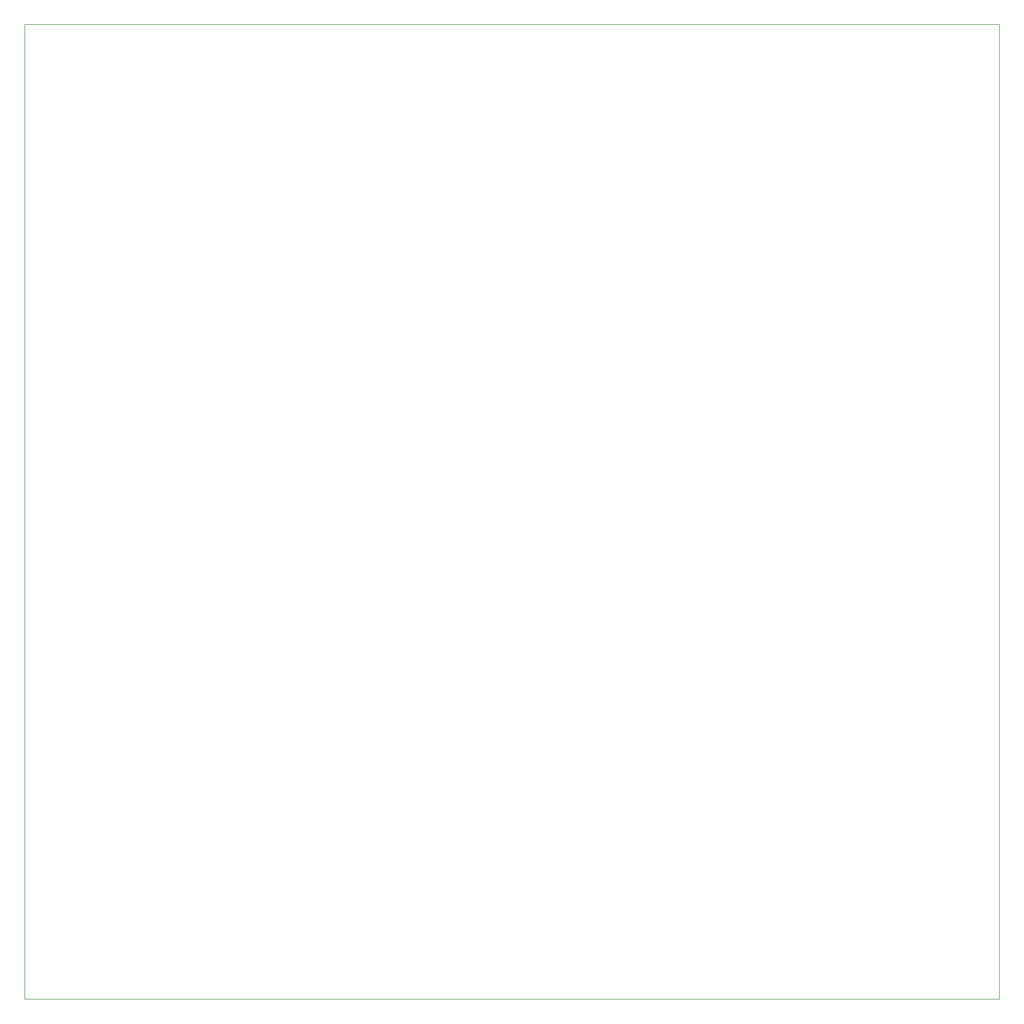
<source format=gbo>
G04 MADE WITH FRITZING*
G04 WWW.FRITZING.ORG*
G04 DOUBLE SIDED*
G04 HOLES PLATED*
G04 CONTOUR ON CENTER OF CONTOUR VECTOR*
%ASAXBY*%
%FSLAX23Y23*%
%MOIN*%
%OFA0B0*%
%SFA1.0B1.0*%
%ADD10R,11.811000X11.811000X11.795000X11.795000*%
%ADD11C,0.008000*%
%LNSILK0*%
G90*
G70*
G54D11*
X4Y11807D02*
X11807Y11807D01*
X11807Y4D01*
X4Y4D01*
X4Y11807D01*
D02*
G04 End of Silk0*
M02*
</source>
